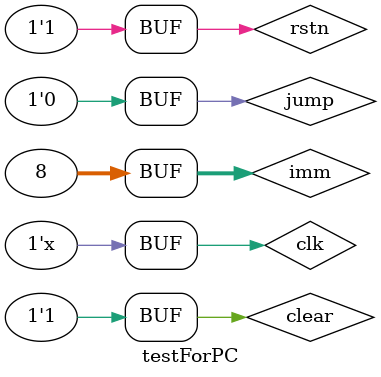
<source format=v>
`timescale 1ns / 1ps


module testForPC;

wire [31:0] nowPc;
wire [31:0] instruct;
wire [31:0] nextPc;
reg clk;
reg rstn;
reg clear;
reg jump;
reg [31:0] imm;
initial begin
    clk=0;
    rstn=0;
    jump=0;
    #10
    rstn=1'b1;
    clear=1'b1;

    #10 
    jump=1'b1;
    imm=32'b0000_0000_0000_0000_0000_0000_0000_1000;

    #10
    jump=0;
end
always #10 clk=~clk;

    pcAdder pcAdder0(
        .nowPc(nowPc),
        .nextPc(nextPc),
        .clear(clear),
        .jump(jump),
        .imm(imm)
    );
    instMem instMem0(
        .clear(clear),
        .address(nowPc),
        .instruct(instruct)
    );
    PC PC(
        .rstn(rstn),
        .clk(clk),
        .nextPc(nextPc),
        .nowPc(nowPc)
    );
endmodule

</source>
